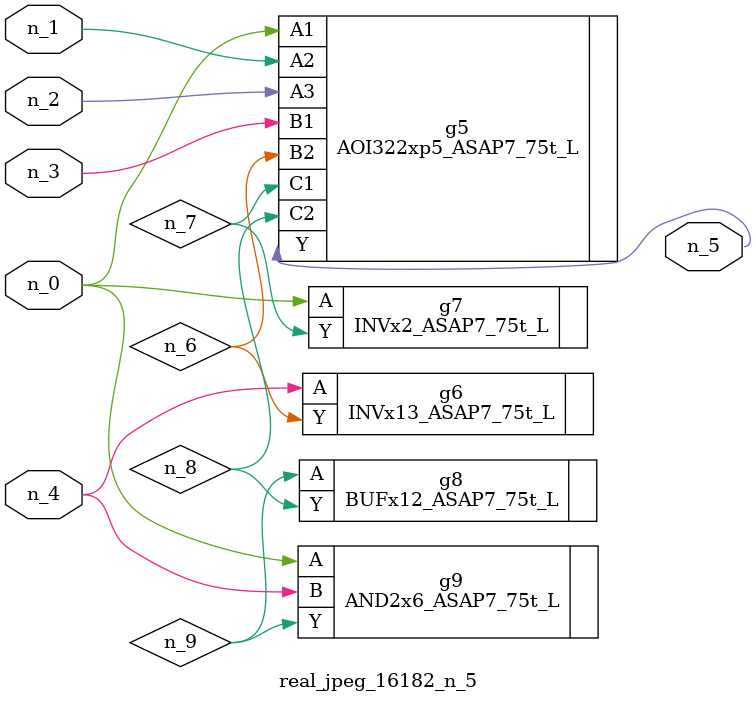
<source format=v>
module real_jpeg_16182_n_5 (n_4, n_0, n_1, n_2, n_3, n_5);

input n_4;
input n_0;
input n_1;
input n_2;
input n_3;

output n_5;

wire n_8;
wire n_6;
wire n_7;
wire n_9;

AOI322xp5_ASAP7_75t_L g5 ( 
.A1(n_0),
.A2(n_1),
.A3(n_2),
.B1(n_3),
.B2(n_6),
.C1(n_7),
.C2(n_8),
.Y(n_5)
);

INVx2_ASAP7_75t_L g7 ( 
.A(n_0),
.Y(n_7)
);

AND2x6_ASAP7_75t_L g9 ( 
.A(n_0),
.B(n_4),
.Y(n_9)
);

INVx13_ASAP7_75t_L g6 ( 
.A(n_4),
.Y(n_6)
);

BUFx12_ASAP7_75t_L g8 ( 
.A(n_9),
.Y(n_8)
);


endmodule
</source>
